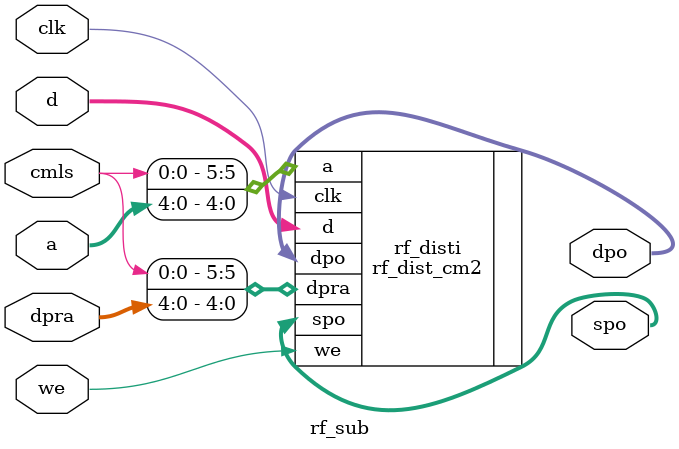
<source format=v>
/*******************************************************************************
*     This file is owned and controlled by Xilinx and must be used             *
*     solely for design, simulation, implementation and creation of            *
*     design files limited to Xilinx devices or technologies. Use              *
*     with non-Xilinx devices or technologies is expressly prohibited          *
*     and immediately terminates your license.                                 *
*                                                                              *
*     XILINX IS PROVIDING THIS DESIGN, CODE, OR INFORMATION "AS IS"            *
*     SOLELY FOR USE IN DEVELOPING PROGRAMS AND SOLUTIONS FOR                  *
*     XILINX DEVICES.  BY PROVIDING THIS DESIGN, CODE, OR INFORMATION          *
*     AS ONE POSSIBLE IMPLEMENTATION OF THIS FEATURE, APPLICATION              *
*     OR STANDARD, XILINX IS MAKING NO REPRESENTATION THAT THIS                *
*     IMPLEMENTATION IS FREE FROM ANY CLAIMS OF INFRINGEMENT,                  *
*     AND YOU ARE RESPONSIBLE FOR OBTAINING ANY RIGHTS YOU MAY REQUIRE         *
*     FOR YOUR IMPLEMENTATION.  XILINX EXPRESSLY DISCLAIMS ANY                 *
*     WARRANTY WHATSOEVER WITH RESPECT TO THE ADEQUACY OF THE                  *
*     IMPLEMENTATION, INCLUDING BUT NOT LIMITED TO ANY WARRANTIES OR           *
*     REPRESENTATIONS THAT THIS IMPLEMENTATION IS FREE FROM CLAIMS OF          *
*     INFRINGEMENT, IMPLIED WARRANTIES OF MERCHANTABILITY AND FITNESS          *
*     FOR A PARTICULAR PURPOSE.                                                *
*                                                                              *
*     Xilinx products are not intended for use in life support                 *
*     appliances, devices, or systems. Use in such applications are            *
*     expressly prohibited.                                                    *
*                                                                              *
*     (c) Copyright 1995-2009 Xilinx, Inc.                                     *
*     All rights reserved.                                                     *
*******************************************************************************/
// The synthesis directives "translate_off/translate_on" specified below are
// supported by Xilinx, Mentor Graphics and Synplicity synthesis
// tools. Ensure they are correct for your synthesis tool(s).

// You must compile the wrapper file rf_blk.v when simulating
// the core, rf_blk. When compiling the wrapper file, be sure to
// reference the XilinxCoreLib Verilog simulation library. For detailed
// instructions, please refer to the "CORE Generator Help".

`timescale 1ns/1ps


module rf_sub(
		cmls,
		
	a,
	d,
	dpra,
	clk,
	we,
	spo,
	dpo);


input cmls;




input [4 : 0] a;
input [31 : 0] d;
input [4 : 0] dpra;
input clk;
input we;
output [31 : 0] spo;
output [31 : 0] dpo;

rf_dist_cm2 rf_disti(
	.a({cmls, a}),
	.d(d),
	.dpra({cmls, dpra}),
	.clk(clk),
	.we(we),
	.spo(spo),
	.dpo(dpo));


endmodule



</source>
